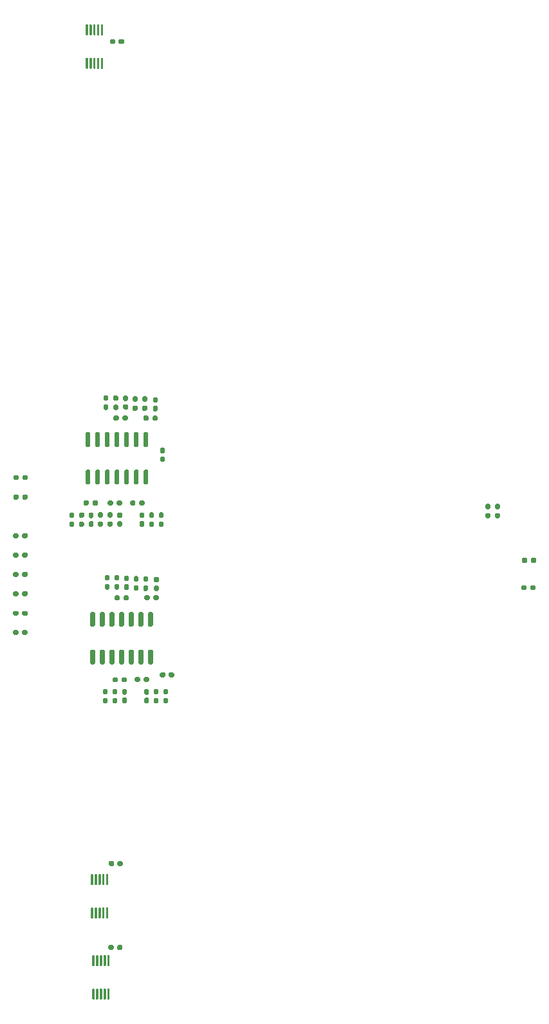
<source format=gtp>
G04 #@! TF.GenerationSoftware,KiCad,Pcbnew,(5.1.9)-1*
G04 #@! TF.CreationDate,2021-06-08T08:09:59+01:00*
G04 #@! TF.ProjectId,Looper_Board,4c6f6f70-6572-45f4-926f-6172642e6b69,rev?*
G04 #@! TF.SameCoordinates,Original*
G04 #@! TF.FileFunction,Paste,Top*
G04 #@! TF.FilePolarity,Positive*
%FSLAX46Y46*%
G04 Gerber Fmt 4.6, Leading zero omitted, Abs format (unit mm)*
G04 Created by KiCad (PCBNEW (5.1.9)-1) date 2021-06-08 08:09:59*
%MOMM*%
%LPD*%
G01*
G04 APERTURE LIST*
G04 APERTURE END LIST*
G36*
G01*
X93004500Y-109792900D02*
X93304500Y-109792900D01*
G75*
G02*
X93454500Y-109942900I0J-150000D01*
G01*
X93454500Y-111592900D01*
G75*
G02*
X93304500Y-111742900I-150000J0D01*
G01*
X93004500Y-111742900D01*
G75*
G02*
X92854500Y-111592900I0J150000D01*
G01*
X92854500Y-109942900D01*
G75*
G02*
X93004500Y-109792900I150000J0D01*
G01*
G37*
G36*
G01*
X91734500Y-109792900D02*
X92034500Y-109792900D01*
G75*
G02*
X92184500Y-109942900I0J-150000D01*
G01*
X92184500Y-111592900D01*
G75*
G02*
X92034500Y-111742900I-150000J0D01*
G01*
X91734500Y-111742900D01*
G75*
G02*
X91584500Y-111592900I0J150000D01*
G01*
X91584500Y-109942900D01*
G75*
G02*
X91734500Y-109792900I150000J0D01*
G01*
G37*
G36*
G01*
X90464500Y-109792900D02*
X90764500Y-109792900D01*
G75*
G02*
X90914500Y-109942900I0J-150000D01*
G01*
X90914500Y-111592900D01*
G75*
G02*
X90764500Y-111742900I-150000J0D01*
G01*
X90464500Y-111742900D01*
G75*
G02*
X90314500Y-111592900I0J150000D01*
G01*
X90314500Y-109942900D01*
G75*
G02*
X90464500Y-109792900I150000J0D01*
G01*
G37*
G36*
G01*
X89194500Y-109792900D02*
X89494500Y-109792900D01*
G75*
G02*
X89644500Y-109942900I0J-150000D01*
G01*
X89644500Y-111592900D01*
G75*
G02*
X89494500Y-111742900I-150000J0D01*
G01*
X89194500Y-111742900D01*
G75*
G02*
X89044500Y-111592900I0J150000D01*
G01*
X89044500Y-109942900D01*
G75*
G02*
X89194500Y-109792900I150000J0D01*
G01*
G37*
G36*
G01*
X87924500Y-109792900D02*
X88224500Y-109792900D01*
G75*
G02*
X88374500Y-109942900I0J-150000D01*
G01*
X88374500Y-111592900D01*
G75*
G02*
X88224500Y-111742900I-150000J0D01*
G01*
X87924500Y-111742900D01*
G75*
G02*
X87774500Y-111592900I0J150000D01*
G01*
X87774500Y-109942900D01*
G75*
G02*
X87924500Y-109792900I150000J0D01*
G01*
G37*
G36*
G01*
X86654500Y-109792900D02*
X86954500Y-109792900D01*
G75*
G02*
X87104500Y-109942900I0J-150000D01*
G01*
X87104500Y-111592900D01*
G75*
G02*
X86954500Y-111742900I-150000J0D01*
G01*
X86654500Y-111742900D01*
G75*
G02*
X86504500Y-111592900I0J150000D01*
G01*
X86504500Y-109942900D01*
G75*
G02*
X86654500Y-109792900I150000J0D01*
G01*
G37*
G36*
G01*
X85384500Y-109792900D02*
X85684500Y-109792900D01*
G75*
G02*
X85834500Y-109942900I0J-150000D01*
G01*
X85834500Y-111592900D01*
G75*
G02*
X85684500Y-111742900I-150000J0D01*
G01*
X85384500Y-111742900D01*
G75*
G02*
X85234500Y-111592900I0J150000D01*
G01*
X85234500Y-109942900D01*
G75*
G02*
X85384500Y-109792900I150000J0D01*
G01*
G37*
G36*
G01*
X85384500Y-104842900D02*
X85684500Y-104842900D01*
G75*
G02*
X85834500Y-104992900I0J-150000D01*
G01*
X85834500Y-106642900D01*
G75*
G02*
X85684500Y-106792900I-150000J0D01*
G01*
X85384500Y-106792900D01*
G75*
G02*
X85234500Y-106642900I0J150000D01*
G01*
X85234500Y-104992900D01*
G75*
G02*
X85384500Y-104842900I150000J0D01*
G01*
G37*
G36*
G01*
X86654500Y-104842900D02*
X86954500Y-104842900D01*
G75*
G02*
X87104500Y-104992900I0J-150000D01*
G01*
X87104500Y-106642900D01*
G75*
G02*
X86954500Y-106792900I-150000J0D01*
G01*
X86654500Y-106792900D01*
G75*
G02*
X86504500Y-106642900I0J150000D01*
G01*
X86504500Y-104992900D01*
G75*
G02*
X86654500Y-104842900I150000J0D01*
G01*
G37*
G36*
G01*
X87924500Y-104842900D02*
X88224500Y-104842900D01*
G75*
G02*
X88374500Y-104992900I0J-150000D01*
G01*
X88374500Y-106642900D01*
G75*
G02*
X88224500Y-106792900I-150000J0D01*
G01*
X87924500Y-106792900D01*
G75*
G02*
X87774500Y-106642900I0J150000D01*
G01*
X87774500Y-104992900D01*
G75*
G02*
X87924500Y-104842900I150000J0D01*
G01*
G37*
G36*
G01*
X89194500Y-104842900D02*
X89494500Y-104842900D01*
G75*
G02*
X89644500Y-104992900I0J-150000D01*
G01*
X89644500Y-106642900D01*
G75*
G02*
X89494500Y-106792900I-150000J0D01*
G01*
X89194500Y-106792900D01*
G75*
G02*
X89044500Y-106642900I0J150000D01*
G01*
X89044500Y-104992900D01*
G75*
G02*
X89194500Y-104842900I150000J0D01*
G01*
G37*
G36*
G01*
X90464500Y-104842900D02*
X90764500Y-104842900D01*
G75*
G02*
X90914500Y-104992900I0J-150000D01*
G01*
X90914500Y-106642900D01*
G75*
G02*
X90764500Y-106792900I-150000J0D01*
G01*
X90464500Y-106792900D01*
G75*
G02*
X90314500Y-106642900I0J150000D01*
G01*
X90314500Y-104992900D01*
G75*
G02*
X90464500Y-104842900I150000J0D01*
G01*
G37*
G36*
G01*
X91734500Y-104842900D02*
X92034500Y-104842900D01*
G75*
G02*
X92184500Y-104992900I0J-150000D01*
G01*
X92184500Y-106642900D01*
G75*
G02*
X92034500Y-106792900I-150000J0D01*
G01*
X91734500Y-106792900D01*
G75*
G02*
X91584500Y-106642900I0J150000D01*
G01*
X91584500Y-104992900D01*
G75*
G02*
X91734500Y-104842900I150000J0D01*
G01*
G37*
G36*
G01*
X93004500Y-104842900D02*
X93304500Y-104842900D01*
G75*
G02*
X93454500Y-104992900I0J-150000D01*
G01*
X93454500Y-106642900D01*
G75*
G02*
X93304500Y-106792900I-150000J0D01*
G01*
X93004500Y-106792900D01*
G75*
G02*
X92854500Y-106642900I0J150000D01*
G01*
X92854500Y-104992900D01*
G75*
G02*
X93004500Y-104842900I150000J0D01*
G01*
G37*
G36*
G01*
X94554100Y-100980900D02*
X94244100Y-100980900D01*
G75*
G02*
X94089100Y-100825900I0J155000D01*
G01*
X94089100Y-100400900D01*
G75*
G02*
X94244100Y-100245900I155000J0D01*
G01*
X94554100Y-100245900D01*
G75*
G02*
X94709100Y-100400900I0J-155000D01*
G01*
X94709100Y-100825900D01*
G75*
G02*
X94554100Y-100980900I-155000J0D01*
G01*
G37*
G36*
G01*
X94554100Y-102115900D02*
X94244100Y-102115900D01*
G75*
G02*
X94089100Y-101960900I0J155000D01*
G01*
X94089100Y-101535900D01*
G75*
G02*
X94244100Y-101380900I155000J0D01*
G01*
X94554100Y-101380900D01*
G75*
G02*
X94709100Y-101535900I0J-155000D01*
G01*
X94709100Y-101960900D01*
G75*
G02*
X94554100Y-102115900I-155000J0D01*
G01*
G37*
G36*
G01*
X89392100Y-161724400D02*
X89392100Y-161414400D01*
G75*
G02*
X89547100Y-161259400I155000J0D01*
G01*
X89972100Y-161259400D01*
G75*
G02*
X90127100Y-161414400I0J-155000D01*
G01*
X90127100Y-161724400D01*
G75*
G02*
X89972100Y-161879400I-155000J0D01*
G01*
X89547100Y-161879400D01*
G75*
G02*
X89392100Y-161724400I0J155000D01*
G01*
G37*
G36*
G01*
X88257100Y-161724400D02*
X88257100Y-161414400D01*
G75*
G02*
X88412100Y-161259400I155000J0D01*
G01*
X88837100Y-161259400D01*
G75*
G02*
X88992100Y-161414400I0J-155000D01*
G01*
X88992100Y-161724400D01*
G75*
G02*
X88837100Y-161879400I-155000J0D01*
G01*
X88412100Y-161879400D01*
G75*
G02*
X88257100Y-161724400I0J155000D01*
G01*
G37*
G36*
G01*
X89557800Y-116544700D02*
X89867800Y-116544700D01*
G75*
G02*
X90022800Y-116699700I0J-155000D01*
G01*
X90022800Y-117124700D01*
G75*
G02*
X89867800Y-117279700I-155000J0D01*
G01*
X89557800Y-117279700D01*
G75*
G02*
X89402800Y-117124700I0J155000D01*
G01*
X89402800Y-116699700D01*
G75*
G02*
X89557800Y-116544700I155000J0D01*
G01*
G37*
G36*
G01*
X89557800Y-115409700D02*
X89867800Y-115409700D01*
G75*
G02*
X90022800Y-115564700I0J-155000D01*
G01*
X90022800Y-115989700D01*
G75*
G02*
X89867800Y-116144700I-155000J0D01*
G01*
X89557800Y-116144700D01*
G75*
G02*
X89402800Y-115989700I0J155000D01*
G01*
X89402800Y-115564700D01*
G75*
G02*
X89557800Y-115409700I155000J0D01*
G01*
G37*
G36*
G01*
X92478800Y-115409700D02*
X92788800Y-115409700D01*
G75*
G02*
X92943800Y-115564700I0J-155000D01*
G01*
X92943800Y-115989700D01*
G75*
G02*
X92788800Y-116144700I-155000J0D01*
G01*
X92478800Y-116144700D01*
G75*
G02*
X92323800Y-115989700I0J155000D01*
G01*
X92323800Y-115564700D01*
G75*
G02*
X92478800Y-115409700I155000J0D01*
G01*
G37*
G36*
G01*
X92478800Y-116544700D02*
X92788800Y-116544700D01*
G75*
G02*
X92943800Y-116699700I0J-155000D01*
G01*
X92943800Y-117124700D01*
G75*
G02*
X92788800Y-117279700I-155000J0D01*
G01*
X92478800Y-117279700D01*
G75*
G02*
X92323800Y-117124700I0J155000D01*
G01*
X92323800Y-116699700D01*
G75*
G02*
X92478800Y-116544700I155000J0D01*
G01*
G37*
G36*
G01*
X94693800Y-125737900D02*
X94383800Y-125737900D01*
G75*
G02*
X94228800Y-125582900I0J155000D01*
G01*
X94228800Y-125157900D01*
G75*
G02*
X94383800Y-125002900I155000J0D01*
G01*
X94693800Y-125002900D01*
G75*
G02*
X94848800Y-125157900I0J-155000D01*
G01*
X94848800Y-125582900D01*
G75*
G02*
X94693800Y-125737900I-155000J0D01*
G01*
G37*
G36*
G01*
X94693800Y-124602900D02*
X94383800Y-124602900D01*
G75*
G02*
X94228800Y-124447900I0J155000D01*
G01*
X94228800Y-124022900D01*
G75*
G02*
X94383800Y-123867900I155000J0D01*
G01*
X94693800Y-123867900D01*
G75*
G02*
X94848800Y-124022900I0J-155000D01*
G01*
X94848800Y-124447900D01*
G75*
G02*
X94693800Y-124602900I-155000J0D01*
G01*
G37*
G36*
G01*
X90756800Y-125585500D02*
X90446800Y-125585500D01*
G75*
G02*
X90291800Y-125430500I0J155000D01*
G01*
X90291800Y-125005500D01*
G75*
G02*
X90446800Y-124850500I155000J0D01*
G01*
X90756800Y-124850500D01*
G75*
G02*
X90911800Y-125005500I0J-155000D01*
G01*
X90911800Y-125430500D01*
G75*
G02*
X90756800Y-125585500I-155000J0D01*
G01*
G37*
G36*
G01*
X90756800Y-124450500D02*
X90446800Y-124450500D01*
G75*
G02*
X90291800Y-124295500I0J155000D01*
G01*
X90291800Y-123870500D01*
G75*
G02*
X90446800Y-123715500I155000J0D01*
G01*
X90756800Y-123715500D01*
G75*
G02*
X90911800Y-123870500I0J-155000D01*
G01*
X90911800Y-124295500D01*
G75*
G02*
X90756800Y-124450500I-155000J0D01*
G01*
G37*
G36*
G01*
X90192800Y-139760300D02*
X90502800Y-139760300D01*
G75*
G02*
X90657800Y-139915300I0J-155000D01*
G01*
X90657800Y-140340300D01*
G75*
G02*
X90502800Y-140495300I-155000J0D01*
G01*
X90192800Y-140495300D01*
G75*
G02*
X90037800Y-140340300I0J155000D01*
G01*
X90037800Y-139915300D01*
G75*
G02*
X90192800Y-139760300I155000J0D01*
G01*
G37*
G36*
G01*
X90192800Y-138625300D02*
X90502800Y-138625300D01*
G75*
G02*
X90657800Y-138780300I0J-155000D01*
G01*
X90657800Y-139205300D01*
G75*
G02*
X90502800Y-139360300I-155000J0D01*
G01*
X90192800Y-139360300D01*
G75*
G02*
X90037800Y-139205300I0J155000D01*
G01*
X90037800Y-138780300D01*
G75*
G02*
X90192800Y-138625300I155000J0D01*
G01*
G37*
G36*
G01*
X89354000Y-172748000D02*
X89354000Y-172438000D01*
G75*
G02*
X89509000Y-172283000I155000J0D01*
G01*
X89934000Y-172283000D01*
G75*
G02*
X90089000Y-172438000I0J-155000D01*
G01*
X90089000Y-172748000D01*
G75*
G02*
X89934000Y-172903000I-155000J0D01*
G01*
X89509000Y-172903000D01*
G75*
G02*
X89354000Y-172748000I0J155000D01*
G01*
G37*
G36*
G01*
X88219000Y-172748000D02*
X88219000Y-172438000D01*
G75*
G02*
X88374000Y-172283000I155000J0D01*
G01*
X88799000Y-172283000D01*
G75*
G02*
X88954000Y-172438000I0J-155000D01*
G01*
X88954000Y-172748000D01*
G75*
G02*
X88799000Y-172903000I-155000J0D01*
G01*
X88374000Y-172903000D01*
G75*
G02*
X88219000Y-172748000I0J155000D01*
G01*
G37*
G36*
G01*
X93088400Y-138625300D02*
X93398400Y-138625300D01*
G75*
G02*
X93553400Y-138780300I0J-155000D01*
G01*
X93553400Y-139205300D01*
G75*
G02*
X93398400Y-139360300I-155000J0D01*
G01*
X93088400Y-139360300D01*
G75*
G02*
X92933400Y-139205300I0J155000D01*
G01*
X92933400Y-138780300D01*
G75*
G02*
X93088400Y-138625300I155000J0D01*
G01*
G37*
G36*
G01*
X93088400Y-139760300D02*
X93398400Y-139760300D01*
G75*
G02*
X93553400Y-139915300I0J-155000D01*
G01*
X93553400Y-140340300D01*
G75*
G02*
X93398400Y-140495300I-155000J0D01*
G01*
X93088400Y-140495300D01*
G75*
G02*
X92933400Y-140340300I0J155000D01*
G01*
X92933400Y-139915300D01*
G75*
G02*
X93088400Y-139760300I155000J0D01*
G01*
G37*
G36*
G01*
X85798600Y-116557400D02*
X86108600Y-116557400D01*
G75*
G02*
X86263600Y-116712400I0J-155000D01*
G01*
X86263600Y-117137400D01*
G75*
G02*
X86108600Y-117292400I-155000J0D01*
G01*
X85798600Y-117292400D01*
G75*
G02*
X85643600Y-117137400I0J155000D01*
G01*
X85643600Y-116712400D01*
G75*
G02*
X85798600Y-116557400I155000J0D01*
G01*
G37*
G36*
G01*
X85798600Y-115422400D02*
X86108600Y-115422400D01*
G75*
G02*
X86263600Y-115577400I0J-155000D01*
G01*
X86263600Y-116002400D01*
G75*
G02*
X86108600Y-116157400I-155000J0D01*
G01*
X85798600Y-116157400D01*
G75*
G02*
X85643600Y-116002400I0J155000D01*
G01*
X85643600Y-115577400D01*
G75*
G02*
X85798600Y-115422400I155000J0D01*
G01*
G37*
G36*
G01*
X88422200Y-53647400D02*
X88422200Y-53337400D01*
G75*
G02*
X88577200Y-53182400I155000J0D01*
G01*
X89002200Y-53182400D01*
G75*
G02*
X89157200Y-53337400I0J-155000D01*
G01*
X89157200Y-53647400D01*
G75*
G02*
X89002200Y-53802400I-155000J0D01*
G01*
X88577200Y-53802400D01*
G75*
G02*
X88422200Y-53647400I0J155000D01*
G01*
G37*
G36*
G01*
X89557200Y-53647400D02*
X89557200Y-53337400D01*
G75*
G02*
X89712200Y-53182400I155000J0D01*
G01*
X90137200Y-53182400D01*
G75*
G02*
X90292200Y-53337400I0J-155000D01*
G01*
X90292200Y-53647400D01*
G75*
G02*
X90137200Y-53802400I-155000J0D01*
G01*
X89712200Y-53802400D01*
G75*
G02*
X89557200Y-53647400I0J155000D01*
G01*
G37*
G36*
G01*
X90642500Y-101912700D02*
X90332500Y-101912700D01*
G75*
G02*
X90177500Y-101757700I0J155000D01*
G01*
X90177500Y-101332700D01*
G75*
G02*
X90332500Y-101177700I155000J0D01*
G01*
X90642500Y-101177700D01*
G75*
G02*
X90797500Y-101332700I0J-155000D01*
G01*
X90797500Y-101757700D01*
G75*
G02*
X90642500Y-101912700I-155000J0D01*
G01*
G37*
G36*
G01*
X90642500Y-100777700D02*
X90332500Y-100777700D01*
G75*
G02*
X90177500Y-100622700I0J155000D01*
G01*
X90177500Y-100197700D01*
G75*
G02*
X90332500Y-100042700I155000J0D01*
G01*
X90642500Y-100042700D01*
G75*
G02*
X90797500Y-100197700I0J-155000D01*
G01*
X90797500Y-100622700D01*
G75*
G02*
X90642500Y-100777700I-155000J0D01*
G01*
G37*
G36*
G01*
X95506600Y-107635700D02*
X95196600Y-107635700D01*
G75*
G02*
X95041600Y-107480700I0J155000D01*
G01*
X95041600Y-107055700D01*
G75*
G02*
X95196600Y-106900700I155000J0D01*
G01*
X95506600Y-106900700D01*
G75*
G02*
X95661600Y-107055700I0J-155000D01*
G01*
X95661600Y-107480700D01*
G75*
G02*
X95506600Y-107635700I-155000J0D01*
G01*
G37*
G36*
G01*
X95506600Y-108770700D02*
X95196600Y-108770700D01*
G75*
G02*
X95041600Y-108615700I0J155000D01*
G01*
X95041600Y-108190700D01*
G75*
G02*
X95196600Y-108035700I155000J0D01*
G01*
X95506600Y-108035700D01*
G75*
G02*
X95661600Y-108190700I0J-155000D01*
G01*
X95661600Y-108615700D01*
G75*
G02*
X95506600Y-108770700I-155000J0D01*
G01*
G37*
G36*
G01*
X96135800Y-136921300D02*
X96135800Y-136611300D01*
G75*
G02*
X96290800Y-136456300I155000J0D01*
G01*
X96715800Y-136456300D01*
G75*
G02*
X96870800Y-136611300I0J-155000D01*
G01*
X96870800Y-136921300D01*
G75*
G02*
X96715800Y-137076300I-155000J0D01*
G01*
X96290800Y-137076300D01*
G75*
G02*
X96135800Y-136921300I0J155000D01*
G01*
G37*
G36*
G01*
X95000800Y-136921300D02*
X95000800Y-136611300D01*
G75*
G02*
X95155800Y-136456300I155000J0D01*
G01*
X95580800Y-136456300D01*
G75*
G02*
X95735800Y-136611300I0J-155000D01*
G01*
X95735800Y-136921300D01*
G75*
G02*
X95580800Y-137076300I-155000J0D01*
G01*
X95155800Y-137076300D01*
G75*
G02*
X95000800Y-136921300I0J155000D01*
G01*
G37*
G36*
G01*
X77612200Y-110660200D02*
X77612200Y-110980200D01*
G75*
G02*
X77452200Y-111140200I-160000J0D01*
G01*
X77057200Y-111140200D01*
G75*
G02*
X76897200Y-110980200I0J160000D01*
G01*
X76897200Y-110660200D01*
G75*
G02*
X77057200Y-110500200I160000J0D01*
G01*
X77452200Y-110500200D01*
G75*
G02*
X77612200Y-110660200I0J-160000D01*
G01*
G37*
G36*
G01*
X76417200Y-110660200D02*
X76417200Y-110980200D01*
G75*
G02*
X76257200Y-111140200I-160000J0D01*
G01*
X75862200Y-111140200D01*
G75*
G02*
X75702200Y-110980200I0J160000D01*
G01*
X75702200Y-110660200D01*
G75*
G02*
X75862200Y-110500200I160000J0D01*
G01*
X76257200Y-110500200D01*
G75*
G02*
X76417200Y-110660200I0J-160000D01*
G01*
G37*
G36*
G01*
X76417200Y-113225600D02*
X76417200Y-113545600D01*
G75*
G02*
X76257200Y-113705600I-160000J0D01*
G01*
X75862200Y-113705600D01*
G75*
G02*
X75702200Y-113545600I0J160000D01*
G01*
X75702200Y-113225600D01*
G75*
G02*
X75862200Y-113065600I160000J0D01*
G01*
X76257200Y-113065600D01*
G75*
G02*
X76417200Y-113225600I0J-160000D01*
G01*
G37*
G36*
G01*
X77612200Y-113225600D02*
X77612200Y-113545600D01*
G75*
G02*
X77452200Y-113705600I-160000J0D01*
G01*
X77057200Y-113705600D01*
G75*
G02*
X76897200Y-113545600I0J160000D01*
G01*
X76897200Y-113225600D01*
G75*
G02*
X77057200Y-113065600I160000J0D01*
G01*
X77452200Y-113065600D01*
G75*
G02*
X77612200Y-113225600I0J-160000D01*
G01*
G37*
G36*
G01*
X77596960Y-118303060D02*
X77596960Y-118623060D01*
G75*
G02*
X77436960Y-118783060I-160000J0D01*
G01*
X77041960Y-118783060D01*
G75*
G02*
X76881960Y-118623060I0J160000D01*
G01*
X76881960Y-118303060D01*
G75*
G02*
X77041960Y-118143060I160000J0D01*
G01*
X77436960Y-118143060D01*
G75*
G02*
X77596960Y-118303060I0J-160000D01*
G01*
G37*
G36*
G01*
X76401960Y-118303060D02*
X76401960Y-118623060D01*
G75*
G02*
X76241960Y-118783060I-160000J0D01*
G01*
X75846960Y-118783060D01*
G75*
G02*
X75686960Y-118623060I0J160000D01*
G01*
X75686960Y-118303060D01*
G75*
G02*
X75846960Y-118143060I160000J0D01*
G01*
X76241960Y-118143060D01*
G75*
G02*
X76401960Y-118303060I0J-160000D01*
G01*
G37*
G36*
G01*
X76401960Y-120843060D02*
X76401960Y-121163060D01*
G75*
G02*
X76241960Y-121323060I-160000J0D01*
G01*
X75846960Y-121323060D01*
G75*
G02*
X75686960Y-121163060I0J160000D01*
G01*
X75686960Y-120843060D01*
G75*
G02*
X75846960Y-120683060I160000J0D01*
G01*
X76241960Y-120683060D01*
G75*
G02*
X76401960Y-120843060I0J-160000D01*
G01*
G37*
G36*
G01*
X77596960Y-120843060D02*
X77596960Y-121163060D01*
G75*
G02*
X77436960Y-121323060I-160000J0D01*
G01*
X77041960Y-121323060D01*
G75*
G02*
X76881960Y-121163060I0J160000D01*
G01*
X76881960Y-120843060D01*
G75*
G02*
X77041960Y-120683060I160000J0D01*
G01*
X77436960Y-120683060D01*
G75*
G02*
X77596960Y-120843060I0J-160000D01*
G01*
G37*
G36*
G01*
X91892100Y-102059700D02*
X91572100Y-102059700D01*
G75*
G02*
X91412100Y-101899700I0J160000D01*
G01*
X91412100Y-101504700D01*
G75*
G02*
X91572100Y-101344700I160000J0D01*
G01*
X91892100Y-101344700D01*
G75*
G02*
X92052100Y-101504700I0J-160000D01*
G01*
X92052100Y-101899700D01*
G75*
G02*
X91892100Y-102059700I-160000J0D01*
G01*
G37*
G36*
G01*
X91892100Y-100864700D02*
X91572100Y-100864700D01*
G75*
G02*
X91412100Y-100704700I0J160000D01*
G01*
X91412100Y-100309700D01*
G75*
G02*
X91572100Y-100149700I160000J0D01*
G01*
X91892100Y-100149700D01*
G75*
G02*
X92052100Y-100309700I0J-160000D01*
G01*
X92052100Y-100704700D01*
G75*
G02*
X91892100Y-100864700I-160000J0D01*
G01*
G37*
G36*
G01*
X88056700Y-100737700D02*
X87736700Y-100737700D01*
G75*
G02*
X87576700Y-100577700I0J160000D01*
G01*
X87576700Y-100182700D01*
G75*
G02*
X87736700Y-100022700I160000J0D01*
G01*
X88056700Y-100022700D01*
G75*
G02*
X88216700Y-100182700I0J-160000D01*
G01*
X88216700Y-100577700D01*
G75*
G02*
X88056700Y-100737700I-160000J0D01*
G01*
G37*
G36*
G01*
X88056700Y-101932700D02*
X87736700Y-101932700D01*
G75*
G02*
X87576700Y-101772700I0J160000D01*
G01*
X87576700Y-101377700D01*
G75*
G02*
X87736700Y-101217700I160000J0D01*
G01*
X88056700Y-101217700D01*
G75*
G02*
X88216700Y-101377700I0J-160000D01*
G01*
X88216700Y-101772700D01*
G75*
G02*
X88056700Y-101932700I-160000J0D01*
G01*
G37*
G36*
G01*
X87012800Y-115389700D02*
X87332800Y-115389700D01*
G75*
G02*
X87492800Y-115549700I0J-160000D01*
G01*
X87492800Y-115944700D01*
G75*
G02*
X87332800Y-116104700I-160000J0D01*
G01*
X87012800Y-116104700D01*
G75*
G02*
X86852800Y-115944700I0J160000D01*
G01*
X86852800Y-115549700D01*
G75*
G02*
X87012800Y-115389700I160000J0D01*
G01*
G37*
G36*
G01*
X87012800Y-116584700D02*
X87332800Y-116584700D01*
G75*
G02*
X87492800Y-116744700I0J-160000D01*
G01*
X87492800Y-117139700D01*
G75*
G02*
X87332800Y-117299700I-160000J0D01*
G01*
X87012800Y-117299700D01*
G75*
G02*
X86852800Y-117139700I0J160000D01*
G01*
X86852800Y-116744700D01*
G75*
G02*
X87012800Y-116584700I160000J0D01*
G01*
G37*
G36*
G01*
X95013800Y-116584700D02*
X95333800Y-116584700D01*
G75*
G02*
X95493800Y-116744700I0J-160000D01*
G01*
X95493800Y-117139700D01*
G75*
G02*
X95333800Y-117299700I-160000J0D01*
G01*
X95013800Y-117299700D01*
G75*
G02*
X94853800Y-117139700I0J160000D01*
G01*
X94853800Y-116744700D01*
G75*
G02*
X95013800Y-116584700I160000J0D01*
G01*
G37*
G36*
G01*
X95013800Y-115389700D02*
X95333800Y-115389700D01*
G75*
G02*
X95493800Y-115549700I0J-160000D01*
G01*
X95493800Y-115944700D01*
G75*
G02*
X95333800Y-116104700I-160000J0D01*
G01*
X95013800Y-116104700D01*
G75*
G02*
X94853800Y-115944700I0J160000D01*
G01*
X94853800Y-115549700D01*
G75*
G02*
X95013800Y-115389700I160000J0D01*
G01*
G37*
G36*
G01*
X93162100Y-100864700D02*
X92842100Y-100864700D01*
G75*
G02*
X92682100Y-100704700I0J160000D01*
G01*
X92682100Y-100309700D01*
G75*
G02*
X92842100Y-100149700I160000J0D01*
G01*
X93162100Y-100149700D01*
G75*
G02*
X93322100Y-100309700I0J-160000D01*
G01*
X93322100Y-100704700D01*
G75*
G02*
X93162100Y-100864700I-160000J0D01*
G01*
G37*
G36*
G01*
X93162100Y-102059700D02*
X92842100Y-102059700D01*
G75*
G02*
X92682100Y-101899700I0J160000D01*
G01*
X92682100Y-101504700D01*
G75*
G02*
X92842100Y-101344700I160000J0D01*
G01*
X93162100Y-101344700D01*
G75*
G02*
X93322100Y-101504700I0J-160000D01*
G01*
X93322100Y-101899700D01*
G75*
G02*
X93162100Y-102059700I-160000J0D01*
G01*
G37*
G36*
G01*
X89352100Y-101932700D02*
X89032100Y-101932700D01*
G75*
G02*
X88872100Y-101772700I0J160000D01*
G01*
X88872100Y-101377700D01*
G75*
G02*
X89032100Y-101217700I160000J0D01*
G01*
X89352100Y-101217700D01*
G75*
G02*
X89512100Y-101377700I0J-160000D01*
G01*
X89512100Y-101772700D01*
G75*
G02*
X89352100Y-101932700I-160000J0D01*
G01*
G37*
G36*
G01*
X89352100Y-100737700D02*
X89032100Y-100737700D01*
G75*
G02*
X88872100Y-100577700I0J160000D01*
G01*
X88872100Y-100182700D01*
G75*
G02*
X89032100Y-100022700I160000J0D01*
G01*
X89352100Y-100022700D01*
G75*
G02*
X89512100Y-100182700I0J-160000D01*
G01*
X89512100Y-100577700D01*
G75*
G02*
X89352100Y-100737700I-160000J0D01*
G01*
G37*
G36*
G01*
X88282800Y-116584700D02*
X88602800Y-116584700D01*
G75*
G02*
X88762800Y-116744700I0J-160000D01*
G01*
X88762800Y-117139700D01*
G75*
G02*
X88602800Y-117299700I-160000J0D01*
G01*
X88282800Y-117299700D01*
G75*
G02*
X88122800Y-117139700I0J160000D01*
G01*
X88122800Y-116744700D01*
G75*
G02*
X88282800Y-116584700I160000J0D01*
G01*
G37*
G36*
G01*
X88282800Y-115389700D02*
X88602800Y-115389700D01*
G75*
G02*
X88762800Y-115549700I0J-160000D01*
G01*
X88762800Y-115944700D01*
G75*
G02*
X88602800Y-116104700I-160000J0D01*
G01*
X88282800Y-116104700D01*
G75*
G02*
X88122800Y-115944700I0J160000D01*
G01*
X88122800Y-115549700D01*
G75*
G02*
X88282800Y-115389700I160000J0D01*
G01*
G37*
G36*
G01*
X93743800Y-115389700D02*
X94063800Y-115389700D01*
G75*
G02*
X94223800Y-115549700I0J-160000D01*
G01*
X94223800Y-115944700D01*
G75*
G02*
X94063800Y-116104700I-160000J0D01*
G01*
X93743800Y-116104700D01*
G75*
G02*
X93583800Y-115944700I0J160000D01*
G01*
X93583800Y-115549700D01*
G75*
G02*
X93743800Y-115389700I160000J0D01*
G01*
G37*
G36*
G01*
X93743800Y-116584700D02*
X94063800Y-116584700D01*
G75*
G02*
X94223800Y-116744700I0J-160000D01*
G01*
X94223800Y-117139700D01*
G75*
G02*
X94063800Y-117299700I-160000J0D01*
G01*
X93743800Y-117299700D01*
G75*
G02*
X93583800Y-117139700I0J160000D01*
G01*
X93583800Y-116744700D01*
G75*
G02*
X93743800Y-116584700I160000J0D01*
G01*
G37*
G36*
G01*
X92809100Y-103169700D02*
X92809100Y-102849700D01*
G75*
G02*
X92969100Y-102689700I160000J0D01*
G01*
X93364100Y-102689700D01*
G75*
G02*
X93524100Y-102849700I0J-160000D01*
G01*
X93524100Y-103169700D01*
G75*
G02*
X93364100Y-103329700I-160000J0D01*
G01*
X92969100Y-103329700D01*
G75*
G02*
X92809100Y-103169700I0J160000D01*
G01*
G37*
G36*
G01*
X94004100Y-103169700D02*
X94004100Y-102849700D01*
G75*
G02*
X94164100Y-102689700I160000J0D01*
G01*
X94559100Y-102689700D01*
G75*
G02*
X94719100Y-102849700I0J-160000D01*
G01*
X94719100Y-103169700D01*
G75*
G02*
X94559100Y-103329700I-160000J0D01*
G01*
X94164100Y-103329700D01*
G75*
G02*
X94004100Y-103169700I0J160000D01*
G01*
G37*
G36*
G01*
X90067100Y-103169700D02*
X90067100Y-102849700D01*
G75*
G02*
X90227100Y-102689700I160000J0D01*
G01*
X90622100Y-102689700D01*
G75*
G02*
X90782100Y-102849700I0J-160000D01*
G01*
X90782100Y-103169700D01*
G75*
G02*
X90622100Y-103329700I-160000J0D01*
G01*
X90227100Y-103329700D01*
G75*
G02*
X90067100Y-103169700I0J160000D01*
G01*
G37*
G36*
G01*
X88872100Y-103169700D02*
X88872100Y-102849700D01*
G75*
G02*
X89032100Y-102689700I160000J0D01*
G01*
X89427100Y-102689700D01*
G75*
G02*
X89587100Y-102849700I0J-160000D01*
G01*
X89587100Y-103169700D01*
G75*
G02*
X89427100Y-103329700I-160000J0D01*
G01*
X89032100Y-103329700D01*
G75*
G02*
X88872100Y-103169700I0J160000D01*
G01*
G37*
G36*
G01*
X88122800Y-114320300D02*
X88122800Y-114000300D01*
G75*
G02*
X88282800Y-113840300I160000J0D01*
G01*
X88677800Y-113840300D01*
G75*
G02*
X88837800Y-114000300I0J-160000D01*
G01*
X88837800Y-114320300D01*
G75*
G02*
X88677800Y-114480300I-160000J0D01*
G01*
X88282800Y-114480300D01*
G75*
G02*
X88122800Y-114320300I0J160000D01*
G01*
G37*
G36*
G01*
X89317800Y-114320300D02*
X89317800Y-114000300D01*
G75*
G02*
X89477800Y-113840300I160000J0D01*
G01*
X89872800Y-113840300D01*
G75*
G02*
X90032800Y-114000300I0J-160000D01*
G01*
X90032800Y-114320300D01*
G75*
G02*
X89872800Y-114480300I-160000J0D01*
G01*
X89477800Y-114480300D01*
G75*
G02*
X89317800Y-114320300I0J160000D01*
G01*
G37*
G36*
G01*
X92264200Y-114320300D02*
X92264200Y-114000300D01*
G75*
G02*
X92424200Y-113840300I160000J0D01*
G01*
X92819200Y-113840300D01*
G75*
G02*
X92979200Y-114000300I0J-160000D01*
G01*
X92979200Y-114320300D01*
G75*
G02*
X92819200Y-114480300I-160000J0D01*
G01*
X92424200Y-114480300D01*
G75*
G02*
X92264200Y-114320300I0J160000D01*
G01*
G37*
G36*
G01*
X91069200Y-114320300D02*
X91069200Y-114000300D01*
G75*
G02*
X91229200Y-113840300I160000J0D01*
G01*
X91624200Y-113840300D01*
G75*
G02*
X91784200Y-114000300I0J-160000D01*
G01*
X91784200Y-114320300D01*
G75*
G02*
X91624200Y-114480300I-160000J0D01*
G01*
X91229200Y-114480300D01*
G75*
G02*
X91069200Y-114320300I0J160000D01*
G01*
G37*
G36*
G01*
X76401960Y-123383060D02*
X76401960Y-123703060D01*
G75*
G02*
X76241960Y-123863060I-160000J0D01*
G01*
X75846960Y-123863060D01*
G75*
G02*
X75686960Y-123703060I0J160000D01*
G01*
X75686960Y-123383060D01*
G75*
G02*
X75846960Y-123223060I160000J0D01*
G01*
X76241960Y-123223060D01*
G75*
G02*
X76401960Y-123383060I0J-160000D01*
G01*
G37*
G36*
G01*
X77596960Y-123383060D02*
X77596960Y-123703060D01*
G75*
G02*
X77436960Y-123863060I-160000J0D01*
G01*
X77041960Y-123863060D01*
G75*
G02*
X76881960Y-123703060I0J160000D01*
G01*
X76881960Y-123383060D01*
G75*
G02*
X77041960Y-123223060I160000J0D01*
G01*
X77436960Y-123223060D01*
G75*
G02*
X77596960Y-123383060I0J-160000D01*
G01*
G37*
G36*
G01*
X76401960Y-125923060D02*
X76401960Y-126243060D01*
G75*
G02*
X76241960Y-126403060I-160000J0D01*
G01*
X75846960Y-126403060D01*
G75*
G02*
X75686960Y-126243060I0J160000D01*
G01*
X75686960Y-125923060D01*
G75*
G02*
X75846960Y-125763060I160000J0D01*
G01*
X76241960Y-125763060D01*
G75*
G02*
X76401960Y-125923060I0J-160000D01*
G01*
G37*
G36*
G01*
X77596960Y-125923060D02*
X77596960Y-126243060D01*
G75*
G02*
X77436960Y-126403060I-160000J0D01*
G01*
X77041960Y-126403060D01*
G75*
G02*
X76881960Y-126243060I0J160000D01*
G01*
X76881960Y-125923060D01*
G75*
G02*
X77041960Y-125763060I160000J0D01*
G01*
X77436960Y-125763060D01*
G75*
G02*
X77596960Y-125923060I0J-160000D01*
G01*
G37*
G36*
G01*
X77596960Y-128511320D02*
X77596960Y-128831320D01*
G75*
G02*
X77436960Y-128991320I-160000J0D01*
G01*
X77041960Y-128991320D01*
G75*
G02*
X76881960Y-128831320I0J160000D01*
G01*
X76881960Y-128511320D01*
G75*
G02*
X77041960Y-128351320I160000J0D01*
G01*
X77436960Y-128351320D01*
G75*
G02*
X77596960Y-128511320I0J-160000D01*
G01*
G37*
G36*
G01*
X76401960Y-128511320D02*
X76401960Y-128831320D01*
G75*
G02*
X76241960Y-128991320I-160000J0D01*
G01*
X75846960Y-128991320D01*
G75*
G02*
X75686960Y-128831320I0J160000D01*
G01*
X75686960Y-128511320D01*
G75*
G02*
X75846960Y-128351320I160000J0D01*
G01*
X76241960Y-128351320D01*
G75*
G02*
X76401960Y-128511320I0J-160000D01*
G01*
G37*
G36*
G01*
X77596960Y-131036080D02*
X77596960Y-131356080D01*
G75*
G02*
X77436960Y-131516080I-160000J0D01*
G01*
X77041960Y-131516080D01*
G75*
G02*
X76881960Y-131356080I0J160000D01*
G01*
X76881960Y-131036080D01*
G75*
G02*
X77041960Y-130876080I160000J0D01*
G01*
X77436960Y-130876080D01*
G75*
G02*
X77596960Y-131036080I0J-160000D01*
G01*
G37*
G36*
G01*
X76401960Y-131036080D02*
X76401960Y-131356080D01*
G75*
G02*
X76241960Y-131516080I-160000J0D01*
G01*
X75846960Y-131516080D01*
G75*
G02*
X75686960Y-131356080I0J160000D01*
G01*
X75686960Y-131036080D01*
G75*
G02*
X75846960Y-130876080I160000J0D01*
G01*
X76241960Y-130876080D01*
G75*
G02*
X76401960Y-131036080I0J-160000D01*
G01*
G37*
G36*
G01*
X92031800Y-125681700D02*
X91711800Y-125681700D01*
G75*
G02*
X91551800Y-125521700I0J160000D01*
G01*
X91551800Y-125126700D01*
G75*
G02*
X91711800Y-124966700I160000J0D01*
G01*
X92031800Y-124966700D01*
G75*
G02*
X92191800Y-125126700I0J-160000D01*
G01*
X92191800Y-125521700D01*
G75*
G02*
X92031800Y-125681700I-160000J0D01*
G01*
G37*
G36*
G01*
X92031800Y-124486700D02*
X91711800Y-124486700D01*
G75*
G02*
X91551800Y-124326700I0J160000D01*
G01*
X91551800Y-123931700D01*
G75*
G02*
X91711800Y-123771700I160000J0D01*
G01*
X92031800Y-123771700D01*
G75*
G02*
X92191800Y-123931700I0J-160000D01*
G01*
X92191800Y-124326700D01*
G75*
G02*
X92031800Y-124486700I-160000J0D01*
G01*
G37*
G36*
G01*
X88221800Y-125554700D02*
X87901800Y-125554700D01*
G75*
G02*
X87741800Y-125394700I0J160000D01*
G01*
X87741800Y-124999700D01*
G75*
G02*
X87901800Y-124839700I160000J0D01*
G01*
X88221800Y-124839700D01*
G75*
G02*
X88381800Y-124999700I0J-160000D01*
G01*
X88381800Y-125394700D01*
G75*
G02*
X88221800Y-125554700I-160000J0D01*
G01*
G37*
G36*
G01*
X88221800Y-124359700D02*
X87901800Y-124359700D01*
G75*
G02*
X87741800Y-124199700I0J160000D01*
G01*
X87741800Y-123804700D01*
G75*
G02*
X87901800Y-123644700I160000J0D01*
G01*
X88221800Y-123644700D01*
G75*
G02*
X88381800Y-123804700I0J-160000D01*
G01*
X88381800Y-124199700D01*
G75*
G02*
X88221800Y-124359700I-160000J0D01*
G01*
G37*
G36*
G01*
X87647800Y-138605300D02*
X87967800Y-138605300D01*
G75*
G02*
X88127800Y-138765300I0J-160000D01*
G01*
X88127800Y-139160300D01*
G75*
G02*
X87967800Y-139320300I-160000J0D01*
G01*
X87647800Y-139320300D01*
G75*
G02*
X87487800Y-139160300I0J160000D01*
G01*
X87487800Y-138765300D01*
G75*
G02*
X87647800Y-138605300I160000J0D01*
G01*
G37*
G36*
G01*
X87647800Y-139800300D02*
X87967800Y-139800300D01*
G75*
G02*
X88127800Y-139960300I0J-160000D01*
G01*
X88127800Y-140355300D01*
G75*
G02*
X87967800Y-140515300I-160000J0D01*
G01*
X87647800Y-140515300D01*
G75*
G02*
X87487800Y-140355300I0J160000D01*
G01*
X87487800Y-139960300D01*
G75*
G02*
X87647800Y-139800300I160000J0D01*
G01*
G37*
G36*
G01*
X95623400Y-139800300D02*
X95943400Y-139800300D01*
G75*
G02*
X96103400Y-139960300I0J-160000D01*
G01*
X96103400Y-140355300D01*
G75*
G02*
X95943400Y-140515300I-160000J0D01*
G01*
X95623400Y-140515300D01*
G75*
G02*
X95463400Y-140355300I0J160000D01*
G01*
X95463400Y-139960300D01*
G75*
G02*
X95623400Y-139800300I160000J0D01*
G01*
G37*
G36*
G01*
X95623400Y-138605300D02*
X95943400Y-138605300D01*
G75*
G02*
X96103400Y-138765300I0J-160000D01*
G01*
X96103400Y-139160300D01*
G75*
G02*
X95943400Y-139320300I-160000J0D01*
G01*
X95623400Y-139320300D01*
G75*
G02*
X95463400Y-139160300I0J160000D01*
G01*
X95463400Y-138765300D01*
G75*
G02*
X95623400Y-138605300I160000J0D01*
G01*
G37*
G36*
G01*
X93301800Y-124537500D02*
X92981800Y-124537500D01*
G75*
G02*
X92821800Y-124377500I0J160000D01*
G01*
X92821800Y-123982500D01*
G75*
G02*
X92981800Y-123822500I160000J0D01*
G01*
X93301800Y-123822500D01*
G75*
G02*
X93461800Y-123982500I0J-160000D01*
G01*
X93461800Y-124377500D01*
G75*
G02*
X93301800Y-124537500I-160000J0D01*
G01*
G37*
G36*
G01*
X93301800Y-125732500D02*
X92981800Y-125732500D01*
G75*
G02*
X92821800Y-125572500I0J160000D01*
G01*
X92821800Y-125177500D01*
G75*
G02*
X92981800Y-125017500I160000J0D01*
G01*
X93301800Y-125017500D01*
G75*
G02*
X93461800Y-125177500I0J-160000D01*
G01*
X93461800Y-125572500D01*
G75*
G02*
X93301800Y-125732500I-160000J0D01*
G01*
G37*
G36*
G01*
X89491800Y-124359700D02*
X89171800Y-124359700D01*
G75*
G02*
X89011800Y-124199700I0J160000D01*
G01*
X89011800Y-123804700D01*
G75*
G02*
X89171800Y-123644700I160000J0D01*
G01*
X89491800Y-123644700D01*
G75*
G02*
X89651800Y-123804700I0J-160000D01*
G01*
X89651800Y-124199700D01*
G75*
G02*
X89491800Y-124359700I-160000J0D01*
G01*
G37*
G36*
G01*
X89491800Y-125554700D02*
X89171800Y-125554700D01*
G75*
G02*
X89011800Y-125394700I0J160000D01*
G01*
X89011800Y-124999700D01*
G75*
G02*
X89171800Y-124839700I160000J0D01*
G01*
X89491800Y-124839700D01*
G75*
G02*
X89651800Y-124999700I0J-160000D01*
G01*
X89651800Y-125394700D01*
G75*
G02*
X89491800Y-125554700I-160000J0D01*
G01*
G37*
G36*
G01*
X88917800Y-138605300D02*
X89237800Y-138605300D01*
G75*
G02*
X89397800Y-138765300I0J-160000D01*
G01*
X89397800Y-139160300D01*
G75*
G02*
X89237800Y-139320300I-160000J0D01*
G01*
X88917800Y-139320300D01*
G75*
G02*
X88757800Y-139160300I0J160000D01*
G01*
X88757800Y-138765300D01*
G75*
G02*
X88917800Y-138605300I160000J0D01*
G01*
G37*
G36*
G01*
X88917800Y-139800300D02*
X89237800Y-139800300D01*
G75*
G02*
X89397800Y-139960300I0J-160000D01*
G01*
X89397800Y-140355300D01*
G75*
G02*
X89237800Y-140515300I-160000J0D01*
G01*
X88917800Y-140515300D01*
G75*
G02*
X88757800Y-140355300I0J160000D01*
G01*
X88757800Y-139960300D01*
G75*
G02*
X88917800Y-139800300I160000J0D01*
G01*
G37*
G36*
G01*
X94353400Y-139800300D02*
X94673400Y-139800300D01*
G75*
G02*
X94833400Y-139960300I0J-160000D01*
G01*
X94833400Y-140355300D01*
G75*
G02*
X94673400Y-140515300I-160000J0D01*
G01*
X94353400Y-140515300D01*
G75*
G02*
X94193400Y-140355300I0J160000D01*
G01*
X94193400Y-139960300D01*
G75*
G02*
X94353400Y-139800300I160000J0D01*
G01*
G37*
G36*
G01*
X94353400Y-138605300D02*
X94673400Y-138605300D01*
G75*
G02*
X94833400Y-138765300I0J-160000D01*
G01*
X94833400Y-139160300D01*
G75*
G02*
X94673400Y-139320300I-160000J0D01*
G01*
X94353400Y-139320300D01*
G75*
G02*
X94193400Y-139160300I0J160000D01*
G01*
X94193400Y-138765300D01*
G75*
G02*
X94353400Y-138605300I160000J0D01*
G01*
G37*
G36*
G01*
X92948800Y-126791700D02*
X92948800Y-126471700D01*
G75*
G02*
X93108800Y-126311700I160000J0D01*
G01*
X93503800Y-126311700D01*
G75*
G02*
X93663800Y-126471700I0J-160000D01*
G01*
X93663800Y-126791700D01*
G75*
G02*
X93503800Y-126951700I-160000J0D01*
G01*
X93108800Y-126951700D01*
G75*
G02*
X92948800Y-126791700I0J160000D01*
G01*
G37*
G36*
G01*
X94143800Y-126791700D02*
X94143800Y-126471700D01*
G75*
G02*
X94303800Y-126311700I160000J0D01*
G01*
X94698800Y-126311700D01*
G75*
G02*
X94858800Y-126471700I0J-160000D01*
G01*
X94858800Y-126791700D01*
G75*
G02*
X94698800Y-126951700I-160000J0D01*
G01*
X94303800Y-126951700D01*
G75*
G02*
X94143800Y-126791700I0J160000D01*
G01*
G37*
G36*
G01*
X90206800Y-126791700D02*
X90206800Y-126471700D01*
G75*
G02*
X90366800Y-126311700I160000J0D01*
G01*
X90761800Y-126311700D01*
G75*
G02*
X90921800Y-126471700I0J-160000D01*
G01*
X90921800Y-126791700D01*
G75*
G02*
X90761800Y-126951700I-160000J0D01*
G01*
X90366800Y-126951700D01*
G75*
G02*
X90206800Y-126791700I0J160000D01*
G01*
G37*
G36*
G01*
X89011800Y-126791700D02*
X89011800Y-126471700D01*
G75*
G02*
X89171800Y-126311700I160000J0D01*
G01*
X89566800Y-126311700D01*
G75*
G02*
X89726800Y-126471700I0J-160000D01*
G01*
X89726800Y-126791700D01*
G75*
G02*
X89566800Y-126951700I-160000J0D01*
G01*
X89171800Y-126951700D01*
G75*
G02*
X89011800Y-126791700I0J160000D01*
G01*
G37*
G36*
G01*
X88757800Y-137561300D02*
X88757800Y-137241300D01*
G75*
G02*
X88917800Y-137081300I160000J0D01*
G01*
X89312800Y-137081300D01*
G75*
G02*
X89472800Y-137241300I0J-160000D01*
G01*
X89472800Y-137561300D01*
G75*
G02*
X89312800Y-137721300I-160000J0D01*
G01*
X88917800Y-137721300D01*
G75*
G02*
X88757800Y-137561300I0J160000D01*
G01*
G37*
G36*
G01*
X89952800Y-137561300D02*
X89952800Y-137241300D01*
G75*
G02*
X90112800Y-137081300I160000J0D01*
G01*
X90507800Y-137081300D01*
G75*
G02*
X90667800Y-137241300I0J-160000D01*
G01*
X90667800Y-137561300D01*
G75*
G02*
X90507800Y-137721300I-160000J0D01*
G01*
X90112800Y-137721300D01*
G75*
G02*
X89952800Y-137561300I0J160000D01*
G01*
G37*
G36*
G01*
X91678800Y-137510500D02*
X91678800Y-137190500D01*
G75*
G02*
X91838800Y-137030500I160000J0D01*
G01*
X92233800Y-137030500D01*
G75*
G02*
X92393800Y-137190500I0J-160000D01*
G01*
X92393800Y-137510500D01*
G75*
G02*
X92233800Y-137670500I-160000J0D01*
G01*
X91838800Y-137670500D01*
G75*
G02*
X91678800Y-137510500I0J160000D01*
G01*
G37*
G36*
G01*
X92873800Y-137510500D02*
X92873800Y-137190500D01*
G75*
G02*
X93033800Y-137030500I160000J0D01*
G01*
X93428800Y-137030500D01*
G75*
G02*
X93588800Y-137190500I0J-160000D01*
G01*
X93588800Y-137510500D01*
G75*
G02*
X93428800Y-137670500I-160000J0D01*
G01*
X93033800Y-137670500D01*
G75*
G02*
X92873800Y-137510500I0J160000D01*
G01*
G37*
G36*
G01*
X83253600Y-116597400D02*
X83573600Y-116597400D01*
G75*
G02*
X83733600Y-116757400I0J-160000D01*
G01*
X83733600Y-117152400D01*
G75*
G02*
X83573600Y-117312400I-160000J0D01*
G01*
X83253600Y-117312400D01*
G75*
G02*
X83093600Y-117152400I0J160000D01*
G01*
X83093600Y-116757400D01*
G75*
G02*
X83253600Y-116597400I160000J0D01*
G01*
G37*
G36*
G01*
X83253600Y-115402400D02*
X83573600Y-115402400D01*
G75*
G02*
X83733600Y-115562400I0J-160000D01*
G01*
X83733600Y-115957400D01*
G75*
G02*
X83573600Y-116117400I-160000J0D01*
G01*
X83253600Y-116117400D01*
G75*
G02*
X83093600Y-115957400I0J160000D01*
G01*
X83093600Y-115562400D01*
G75*
G02*
X83253600Y-115402400I160000J0D01*
G01*
G37*
G36*
G01*
X84536300Y-115402400D02*
X84856300Y-115402400D01*
G75*
G02*
X85016300Y-115562400I0J-160000D01*
G01*
X85016300Y-115957400D01*
G75*
G02*
X84856300Y-116117400I-160000J0D01*
G01*
X84536300Y-116117400D01*
G75*
G02*
X84376300Y-115957400I0J160000D01*
G01*
X84376300Y-115562400D01*
G75*
G02*
X84536300Y-115402400I160000J0D01*
G01*
G37*
G36*
G01*
X84536300Y-116597400D02*
X84856300Y-116597400D01*
G75*
G02*
X85016300Y-116757400I0J-160000D01*
G01*
X85016300Y-117152400D01*
G75*
G02*
X84856300Y-117312400I-160000J0D01*
G01*
X84536300Y-117312400D01*
G75*
G02*
X84376300Y-117152400I0J160000D01*
G01*
X84376300Y-116757400D01*
G75*
G02*
X84536300Y-116597400I160000J0D01*
G01*
G37*
G36*
G01*
X84947800Y-114320300D02*
X84947800Y-114000300D01*
G75*
G02*
X85107800Y-113840300I160000J0D01*
G01*
X85502800Y-113840300D01*
G75*
G02*
X85662800Y-114000300I0J-160000D01*
G01*
X85662800Y-114320300D01*
G75*
G02*
X85502800Y-114480300I-160000J0D01*
G01*
X85107800Y-114480300D01*
G75*
G02*
X84947800Y-114320300I0J160000D01*
G01*
G37*
G36*
G01*
X86142800Y-114320300D02*
X86142800Y-114000300D01*
G75*
G02*
X86302800Y-113840300I160000J0D01*
G01*
X86697800Y-113840300D01*
G75*
G02*
X86857800Y-114000300I0J-160000D01*
G01*
X86857800Y-114320300D01*
G75*
G02*
X86697800Y-114480300I-160000J0D01*
G01*
X86302800Y-114480300D01*
G75*
G02*
X86142800Y-114320300I0J160000D01*
G01*
G37*
G36*
G01*
X139247900Y-114284800D02*
X139567900Y-114284800D01*
G75*
G02*
X139727900Y-114444800I0J-160000D01*
G01*
X139727900Y-114839800D01*
G75*
G02*
X139567900Y-114999800I-160000J0D01*
G01*
X139247900Y-114999800D01*
G75*
G02*
X139087900Y-114839800I0J160000D01*
G01*
X139087900Y-114444800D01*
G75*
G02*
X139247900Y-114284800I160000J0D01*
G01*
G37*
G36*
G01*
X139247900Y-115479800D02*
X139567900Y-115479800D01*
G75*
G02*
X139727900Y-115639800I0J-160000D01*
G01*
X139727900Y-116034800D01*
G75*
G02*
X139567900Y-116194800I-160000J0D01*
G01*
X139247900Y-116194800D01*
G75*
G02*
X139087900Y-116034800I0J160000D01*
G01*
X139087900Y-115639800D01*
G75*
G02*
X139247900Y-115479800I160000J0D01*
G01*
G37*
G36*
G01*
X138310600Y-114999800D02*
X137990600Y-114999800D01*
G75*
G02*
X137830600Y-114839800I0J160000D01*
G01*
X137830600Y-114444800D01*
G75*
G02*
X137990600Y-114284800I160000J0D01*
G01*
X138310600Y-114284800D01*
G75*
G02*
X138470600Y-114444800I0J-160000D01*
G01*
X138470600Y-114839800D01*
G75*
G02*
X138310600Y-114999800I-160000J0D01*
G01*
G37*
G36*
G01*
X138310600Y-116194800D02*
X137990600Y-116194800D01*
G75*
G02*
X137830600Y-116034800I0J160000D01*
G01*
X137830600Y-115639800D01*
G75*
G02*
X137990600Y-115479800I160000J0D01*
G01*
X138310600Y-115479800D01*
G75*
G02*
X138470600Y-115639800I0J-160000D01*
G01*
X138470600Y-116034800D01*
G75*
G02*
X138310600Y-116194800I-160000J0D01*
G01*
G37*
G36*
G01*
X143244600Y-125150900D02*
X143244600Y-125470900D01*
G75*
G02*
X143084600Y-125630900I-160000J0D01*
G01*
X142689600Y-125630900D01*
G75*
G02*
X142529600Y-125470900I0J160000D01*
G01*
X142529600Y-125150900D01*
G75*
G02*
X142689600Y-124990900I160000J0D01*
G01*
X143084600Y-124990900D01*
G75*
G02*
X143244600Y-125150900I0J-160000D01*
G01*
G37*
G36*
G01*
X144439600Y-125150900D02*
X144439600Y-125470900D01*
G75*
G02*
X144279600Y-125630900I-160000J0D01*
G01*
X143884600Y-125630900D01*
G75*
G02*
X143724600Y-125470900I0J160000D01*
G01*
X143724600Y-125150900D01*
G75*
G02*
X143884600Y-124990900I160000J0D01*
G01*
X144279600Y-124990900D01*
G75*
G02*
X144439600Y-125150900I0J-160000D01*
G01*
G37*
G36*
G01*
X143800800Y-121864100D02*
X143800800Y-121544100D01*
G75*
G02*
X143960800Y-121384100I160000J0D01*
G01*
X144355800Y-121384100D01*
G75*
G02*
X144515800Y-121544100I0J-160000D01*
G01*
X144515800Y-121864100D01*
G75*
G02*
X144355800Y-122024100I-160000J0D01*
G01*
X143960800Y-122024100D01*
G75*
G02*
X143800800Y-121864100I0J160000D01*
G01*
G37*
G36*
G01*
X142605800Y-121864100D02*
X142605800Y-121544100D01*
G75*
G02*
X142765800Y-121384100I160000J0D01*
G01*
X143160800Y-121384100D01*
G75*
G02*
X143320800Y-121544100I0J-160000D01*
G01*
X143320800Y-121864100D01*
G75*
G02*
X143160800Y-122024100I-160000J0D01*
G01*
X142765800Y-122024100D01*
G75*
G02*
X142605800Y-121864100I0J160000D01*
G01*
G37*
G36*
G01*
X93626800Y-128490300D02*
X93926800Y-128490300D01*
G75*
G02*
X94076800Y-128640300I0J-150000D01*
G01*
X94076800Y-130290300D01*
G75*
G02*
X93926800Y-130440300I-150000J0D01*
G01*
X93626800Y-130440300D01*
G75*
G02*
X93476800Y-130290300I0J150000D01*
G01*
X93476800Y-128640300D01*
G75*
G02*
X93626800Y-128490300I150000J0D01*
G01*
G37*
G36*
G01*
X92356800Y-128490300D02*
X92656800Y-128490300D01*
G75*
G02*
X92806800Y-128640300I0J-150000D01*
G01*
X92806800Y-130290300D01*
G75*
G02*
X92656800Y-130440300I-150000J0D01*
G01*
X92356800Y-130440300D01*
G75*
G02*
X92206800Y-130290300I0J150000D01*
G01*
X92206800Y-128640300D01*
G75*
G02*
X92356800Y-128490300I150000J0D01*
G01*
G37*
G36*
G01*
X91086800Y-128490300D02*
X91386800Y-128490300D01*
G75*
G02*
X91536800Y-128640300I0J-150000D01*
G01*
X91536800Y-130290300D01*
G75*
G02*
X91386800Y-130440300I-150000J0D01*
G01*
X91086800Y-130440300D01*
G75*
G02*
X90936800Y-130290300I0J150000D01*
G01*
X90936800Y-128640300D01*
G75*
G02*
X91086800Y-128490300I150000J0D01*
G01*
G37*
G36*
G01*
X89816800Y-128490300D02*
X90116800Y-128490300D01*
G75*
G02*
X90266800Y-128640300I0J-150000D01*
G01*
X90266800Y-130290300D01*
G75*
G02*
X90116800Y-130440300I-150000J0D01*
G01*
X89816800Y-130440300D01*
G75*
G02*
X89666800Y-130290300I0J150000D01*
G01*
X89666800Y-128640300D01*
G75*
G02*
X89816800Y-128490300I150000J0D01*
G01*
G37*
G36*
G01*
X88546800Y-128490300D02*
X88846800Y-128490300D01*
G75*
G02*
X88996800Y-128640300I0J-150000D01*
G01*
X88996800Y-130290300D01*
G75*
G02*
X88846800Y-130440300I-150000J0D01*
G01*
X88546800Y-130440300D01*
G75*
G02*
X88396800Y-130290300I0J150000D01*
G01*
X88396800Y-128640300D01*
G75*
G02*
X88546800Y-128490300I150000J0D01*
G01*
G37*
G36*
G01*
X87276800Y-128490300D02*
X87576800Y-128490300D01*
G75*
G02*
X87726800Y-128640300I0J-150000D01*
G01*
X87726800Y-130290300D01*
G75*
G02*
X87576800Y-130440300I-150000J0D01*
G01*
X87276800Y-130440300D01*
G75*
G02*
X87126800Y-130290300I0J150000D01*
G01*
X87126800Y-128640300D01*
G75*
G02*
X87276800Y-128490300I150000J0D01*
G01*
G37*
G36*
G01*
X86006800Y-128490300D02*
X86306800Y-128490300D01*
G75*
G02*
X86456800Y-128640300I0J-150000D01*
G01*
X86456800Y-130290300D01*
G75*
G02*
X86306800Y-130440300I-150000J0D01*
G01*
X86006800Y-130440300D01*
G75*
G02*
X85856800Y-130290300I0J150000D01*
G01*
X85856800Y-128640300D01*
G75*
G02*
X86006800Y-128490300I150000J0D01*
G01*
G37*
G36*
G01*
X86006800Y-133440300D02*
X86306800Y-133440300D01*
G75*
G02*
X86456800Y-133590300I0J-150000D01*
G01*
X86456800Y-135240300D01*
G75*
G02*
X86306800Y-135390300I-150000J0D01*
G01*
X86006800Y-135390300D01*
G75*
G02*
X85856800Y-135240300I0J150000D01*
G01*
X85856800Y-133590300D01*
G75*
G02*
X86006800Y-133440300I150000J0D01*
G01*
G37*
G36*
G01*
X87276800Y-133440300D02*
X87576800Y-133440300D01*
G75*
G02*
X87726800Y-133590300I0J-150000D01*
G01*
X87726800Y-135240300D01*
G75*
G02*
X87576800Y-135390300I-150000J0D01*
G01*
X87276800Y-135390300D01*
G75*
G02*
X87126800Y-135240300I0J150000D01*
G01*
X87126800Y-133590300D01*
G75*
G02*
X87276800Y-133440300I150000J0D01*
G01*
G37*
G36*
G01*
X88546800Y-133440300D02*
X88846800Y-133440300D01*
G75*
G02*
X88996800Y-133590300I0J-150000D01*
G01*
X88996800Y-135240300D01*
G75*
G02*
X88846800Y-135390300I-150000J0D01*
G01*
X88546800Y-135390300D01*
G75*
G02*
X88396800Y-135240300I0J150000D01*
G01*
X88396800Y-133590300D01*
G75*
G02*
X88546800Y-133440300I150000J0D01*
G01*
G37*
G36*
G01*
X89816800Y-133440300D02*
X90116800Y-133440300D01*
G75*
G02*
X90266800Y-133590300I0J-150000D01*
G01*
X90266800Y-135240300D01*
G75*
G02*
X90116800Y-135390300I-150000J0D01*
G01*
X89816800Y-135390300D01*
G75*
G02*
X89666800Y-135240300I0J150000D01*
G01*
X89666800Y-133590300D01*
G75*
G02*
X89816800Y-133440300I150000J0D01*
G01*
G37*
G36*
G01*
X91086800Y-133440300D02*
X91386800Y-133440300D01*
G75*
G02*
X91536800Y-133590300I0J-150000D01*
G01*
X91536800Y-135240300D01*
G75*
G02*
X91386800Y-135390300I-150000J0D01*
G01*
X91086800Y-135390300D01*
G75*
G02*
X90936800Y-135240300I0J150000D01*
G01*
X90936800Y-133590300D01*
G75*
G02*
X91086800Y-133440300I150000J0D01*
G01*
G37*
G36*
G01*
X92356800Y-133440300D02*
X92656800Y-133440300D01*
G75*
G02*
X92806800Y-133590300I0J-150000D01*
G01*
X92806800Y-135240300D01*
G75*
G02*
X92656800Y-135390300I-150000J0D01*
G01*
X92356800Y-135390300D01*
G75*
G02*
X92206800Y-135240300I0J150000D01*
G01*
X92206800Y-133590300D01*
G75*
G02*
X92356800Y-133440300I150000J0D01*
G01*
G37*
G36*
G01*
X93626800Y-133440300D02*
X93926800Y-133440300D01*
G75*
G02*
X94076800Y-133590300I0J-150000D01*
G01*
X94076800Y-135240300D01*
G75*
G02*
X93926800Y-135390300I-150000J0D01*
G01*
X93626800Y-135390300D01*
G75*
G02*
X93476800Y-135240300I0J150000D01*
G01*
X93476800Y-133590300D01*
G75*
G02*
X93626800Y-133440300I150000J0D01*
G01*
G37*
G36*
G01*
X86146200Y-168799700D02*
X85996200Y-168799700D01*
G75*
G02*
X85921200Y-168724700I0J75000D01*
G01*
X85921200Y-167424700D01*
G75*
G02*
X85996200Y-167349700I75000J0D01*
G01*
X86146200Y-167349700D01*
G75*
G02*
X86221200Y-167424700I0J-75000D01*
G01*
X86221200Y-168724700D01*
G75*
G02*
X86146200Y-168799700I-75000J0D01*
G01*
G37*
G36*
G01*
X86646200Y-168799700D02*
X86496200Y-168799700D01*
G75*
G02*
X86421200Y-168724700I0J75000D01*
G01*
X86421200Y-167424700D01*
G75*
G02*
X86496200Y-167349700I75000J0D01*
G01*
X86646200Y-167349700D01*
G75*
G02*
X86721200Y-167424700I0J-75000D01*
G01*
X86721200Y-168724700D01*
G75*
G02*
X86646200Y-168799700I-75000J0D01*
G01*
G37*
G36*
G01*
X87146200Y-168799700D02*
X86996200Y-168799700D01*
G75*
G02*
X86921200Y-168724700I0J75000D01*
G01*
X86921200Y-167424700D01*
G75*
G02*
X86996200Y-167349700I75000J0D01*
G01*
X87146200Y-167349700D01*
G75*
G02*
X87221200Y-167424700I0J-75000D01*
G01*
X87221200Y-168724700D01*
G75*
G02*
X87146200Y-168799700I-75000J0D01*
G01*
G37*
G36*
G01*
X87646200Y-168799700D02*
X87496200Y-168799700D01*
G75*
G02*
X87421200Y-168724700I0J75000D01*
G01*
X87421200Y-167424700D01*
G75*
G02*
X87496200Y-167349700I75000J0D01*
G01*
X87646200Y-167349700D01*
G75*
G02*
X87721200Y-167424700I0J-75000D01*
G01*
X87721200Y-168724700D01*
G75*
G02*
X87646200Y-168799700I-75000J0D01*
G01*
G37*
G36*
G01*
X88146200Y-168799700D02*
X87996200Y-168799700D01*
G75*
G02*
X87921200Y-168724700I0J75000D01*
G01*
X87921200Y-167424700D01*
G75*
G02*
X87996200Y-167349700I75000J0D01*
G01*
X88146200Y-167349700D01*
G75*
G02*
X88221200Y-167424700I0J-75000D01*
G01*
X88221200Y-168724700D01*
G75*
G02*
X88146200Y-168799700I-75000J0D01*
G01*
G37*
G36*
G01*
X88146200Y-164399700D02*
X87996200Y-164399700D01*
G75*
G02*
X87921200Y-164324700I0J75000D01*
G01*
X87921200Y-163024700D01*
G75*
G02*
X87996200Y-162949700I75000J0D01*
G01*
X88146200Y-162949700D01*
G75*
G02*
X88221200Y-163024700I0J-75000D01*
G01*
X88221200Y-164324700D01*
G75*
G02*
X88146200Y-164399700I-75000J0D01*
G01*
G37*
G36*
G01*
X87646200Y-164399700D02*
X87496200Y-164399700D01*
G75*
G02*
X87421200Y-164324700I0J75000D01*
G01*
X87421200Y-163024700D01*
G75*
G02*
X87496200Y-162949700I75000J0D01*
G01*
X87646200Y-162949700D01*
G75*
G02*
X87721200Y-163024700I0J-75000D01*
G01*
X87721200Y-164324700D01*
G75*
G02*
X87646200Y-164399700I-75000J0D01*
G01*
G37*
G36*
G01*
X87146200Y-164399700D02*
X86996200Y-164399700D01*
G75*
G02*
X86921200Y-164324700I0J75000D01*
G01*
X86921200Y-163024700D01*
G75*
G02*
X86996200Y-162949700I75000J0D01*
G01*
X87146200Y-162949700D01*
G75*
G02*
X87221200Y-163024700I0J-75000D01*
G01*
X87221200Y-164324700D01*
G75*
G02*
X87146200Y-164399700I-75000J0D01*
G01*
G37*
G36*
G01*
X86646200Y-164399700D02*
X86496200Y-164399700D01*
G75*
G02*
X86421200Y-164324700I0J75000D01*
G01*
X86421200Y-163024700D01*
G75*
G02*
X86496200Y-162949700I75000J0D01*
G01*
X86646200Y-162949700D01*
G75*
G02*
X86721200Y-163024700I0J-75000D01*
G01*
X86721200Y-164324700D01*
G75*
G02*
X86646200Y-164399700I-75000J0D01*
G01*
G37*
G36*
G01*
X86146200Y-164399700D02*
X85996200Y-164399700D01*
G75*
G02*
X85921200Y-164324700I0J75000D01*
G01*
X85921200Y-163024700D01*
G75*
G02*
X85996200Y-162949700I75000J0D01*
G01*
X86146200Y-162949700D01*
G75*
G02*
X86221200Y-163024700I0J-75000D01*
G01*
X86221200Y-164324700D01*
G75*
G02*
X86146200Y-164399700I-75000J0D01*
G01*
G37*
G36*
G01*
X86321601Y-179455000D02*
X86171601Y-179455000D01*
G75*
G02*
X86096601Y-179380000I0J75000D01*
G01*
X86096601Y-178080000D01*
G75*
G02*
X86171601Y-178005000I75000J0D01*
G01*
X86321601Y-178005000D01*
G75*
G02*
X86396601Y-178080000I0J-75000D01*
G01*
X86396601Y-179380000D01*
G75*
G02*
X86321601Y-179455000I-75000J0D01*
G01*
G37*
G36*
G01*
X86821601Y-179455000D02*
X86671601Y-179455000D01*
G75*
G02*
X86596601Y-179380000I0J75000D01*
G01*
X86596601Y-178080000D01*
G75*
G02*
X86671601Y-178005000I75000J0D01*
G01*
X86821601Y-178005000D01*
G75*
G02*
X86896601Y-178080000I0J-75000D01*
G01*
X86896601Y-179380000D01*
G75*
G02*
X86821601Y-179455000I-75000J0D01*
G01*
G37*
G36*
G01*
X87321601Y-179455000D02*
X87171601Y-179455000D01*
G75*
G02*
X87096601Y-179380000I0J75000D01*
G01*
X87096601Y-178080000D01*
G75*
G02*
X87171601Y-178005000I75000J0D01*
G01*
X87321601Y-178005000D01*
G75*
G02*
X87396601Y-178080000I0J-75000D01*
G01*
X87396601Y-179380000D01*
G75*
G02*
X87321601Y-179455000I-75000J0D01*
G01*
G37*
G36*
G01*
X87821601Y-179455000D02*
X87671601Y-179455000D01*
G75*
G02*
X87596601Y-179380000I0J75000D01*
G01*
X87596601Y-178080000D01*
G75*
G02*
X87671601Y-178005000I75000J0D01*
G01*
X87821601Y-178005000D01*
G75*
G02*
X87896601Y-178080000I0J-75000D01*
G01*
X87896601Y-179380000D01*
G75*
G02*
X87821601Y-179455000I-75000J0D01*
G01*
G37*
G36*
G01*
X88321601Y-179455000D02*
X88171601Y-179455000D01*
G75*
G02*
X88096601Y-179380000I0J75000D01*
G01*
X88096601Y-178080000D01*
G75*
G02*
X88171601Y-178005000I75000J0D01*
G01*
X88321601Y-178005000D01*
G75*
G02*
X88396601Y-178080000I0J-75000D01*
G01*
X88396601Y-179380000D01*
G75*
G02*
X88321601Y-179455000I-75000J0D01*
G01*
G37*
G36*
G01*
X88321601Y-175055000D02*
X88171601Y-175055000D01*
G75*
G02*
X88096601Y-174980000I0J75000D01*
G01*
X88096601Y-173680000D01*
G75*
G02*
X88171601Y-173605000I75000J0D01*
G01*
X88321601Y-173605000D01*
G75*
G02*
X88396601Y-173680000I0J-75000D01*
G01*
X88396601Y-174980000D01*
G75*
G02*
X88321601Y-175055000I-75000J0D01*
G01*
G37*
G36*
G01*
X87821601Y-175055000D02*
X87671601Y-175055000D01*
G75*
G02*
X87596601Y-174980000I0J75000D01*
G01*
X87596601Y-173680000D01*
G75*
G02*
X87671601Y-173605000I75000J0D01*
G01*
X87821601Y-173605000D01*
G75*
G02*
X87896601Y-173680000I0J-75000D01*
G01*
X87896601Y-174980000D01*
G75*
G02*
X87821601Y-175055000I-75000J0D01*
G01*
G37*
G36*
G01*
X87321601Y-175055000D02*
X87171601Y-175055000D01*
G75*
G02*
X87096601Y-174980000I0J75000D01*
G01*
X87096601Y-173680000D01*
G75*
G02*
X87171601Y-173605000I75000J0D01*
G01*
X87321601Y-173605000D01*
G75*
G02*
X87396601Y-173680000I0J-75000D01*
G01*
X87396601Y-174980000D01*
G75*
G02*
X87321601Y-175055000I-75000J0D01*
G01*
G37*
G36*
G01*
X86821601Y-175055000D02*
X86671601Y-175055000D01*
G75*
G02*
X86596601Y-174980000I0J75000D01*
G01*
X86596601Y-173680000D01*
G75*
G02*
X86671601Y-173605000I75000J0D01*
G01*
X86821601Y-173605000D01*
G75*
G02*
X86896601Y-173680000I0J-75000D01*
G01*
X86896601Y-174980000D01*
G75*
G02*
X86821601Y-175055000I-75000J0D01*
G01*
G37*
G36*
G01*
X86321601Y-175055000D02*
X86171601Y-175055000D01*
G75*
G02*
X86096601Y-174980000I0J75000D01*
G01*
X86096601Y-173680000D01*
G75*
G02*
X86171601Y-173605000I75000J0D01*
G01*
X86321601Y-173605000D01*
G75*
G02*
X86396601Y-173680000I0J-75000D01*
G01*
X86396601Y-174980000D01*
G75*
G02*
X86321601Y-175055000I-75000J0D01*
G01*
G37*
G36*
G01*
X85458001Y-52677800D02*
X85308001Y-52677800D01*
G75*
G02*
X85233001Y-52602800I0J75000D01*
G01*
X85233001Y-51302800D01*
G75*
G02*
X85308001Y-51227800I75000J0D01*
G01*
X85458001Y-51227800D01*
G75*
G02*
X85533001Y-51302800I0J-75000D01*
G01*
X85533001Y-52602800D01*
G75*
G02*
X85458001Y-52677800I-75000J0D01*
G01*
G37*
G36*
G01*
X85958001Y-52677800D02*
X85808001Y-52677800D01*
G75*
G02*
X85733001Y-52602800I0J75000D01*
G01*
X85733001Y-51302800D01*
G75*
G02*
X85808001Y-51227800I75000J0D01*
G01*
X85958001Y-51227800D01*
G75*
G02*
X86033001Y-51302800I0J-75000D01*
G01*
X86033001Y-52602800D01*
G75*
G02*
X85958001Y-52677800I-75000J0D01*
G01*
G37*
G36*
G01*
X86458001Y-52677800D02*
X86308001Y-52677800D01*
G75*
G02*
X86233001Y-52602800I0J75000D01*
G01*
X86233001Y-51302800D01*
G75*
G02*
X86308001Y-51227800I75000J0D01*
G01*
X86458001Y-51227800D01*
G75*
G02*
X86533001Y-51302800I0J-75000D01*
G01*
X86533001Y-52602800D01*
G75*
G02*
X86458001Y-52677800I-75000J0D01*
G01*
G37*
G36*
G01*
X86958001Y-52677800D02*
X86808001Y-52677800D01*
G75*
G02*
X86733001Y-52602800I0J75000D01*
G01*
X86733001Y-51302800D01*
G75*
G02*
X86808001Y-51227800I75000J0D01*
G01*
X86958001Y-51227800D01*
G75*
G02*
X87033001Y-51302800I0J-75000D01*
G01*
X87033001Y-52602800D01*
G75*
G02*
X86958001Y-52677800I-75000J0D01*
G01*
G37*
G36*
G01*
X87458001Y-52677800D02*
X87308001Y-52677800D01*
G75*
G02*
X87233001Y-52602800I0J75000D01*
G01*
X87233001Y-51302800D01*
G75*
G02*
X87308001Y-51227800I75000J0D01*
G01*
X87458001Y-51227800D01*
G75*
G02*
X87533001Y-51302800I0J-75000D01*
G01*
X87533001Y-52602800D01*
G75*
G02*
X87458001Y-52677800I-75000J0D01*
G01*
G37*
G36*
G01*
X87458001Y-57077800D02*
X87308001Y-57077800D01*
G75*
G02*
X87233001Y-57002800I0J75000D01*
G01*
X87233001Y-55702800D01*
G75*
G02*
X87308001Y-55627800I75000J0D01*
G01*
X87458001Y-55627800D01*
G75*
G02*
X87533001Y-55702800I0J-75000D01*
G01*
X87533001Y-57002800D01*
G75*
G02*
X87458001Y-57077800I-75000J0D01*
G01*
G37*
G36*
G01*
X86958001Y-57077800D02*
X86808001Y-57077800D01*
G75*
G02*
X86733001Y-57002800I0J75000D01*
G01*
X86733001Y-55702800D01*
G75*
G02*
X86808001Y-55627800I75000J0D01*
G01*
X86958001Y-55627800D01*
G75*
G02*
X87033001Y-55702800I0J-75000D01*
G01*
X87033001Y-57002800D01*
G75*
G02*
X86958001Y-57077800I-75000J0D01*
G01*
G37*
G36*
G01*
X86458001Y-57077800D02*
X86308001Y-57077800D01*
G75*
G02*
X86233001Y-57002800I0J75000D01*
G01*
X86233001Y-55702800D01*
G75*
G02*
X86308001Y-55627800I75000J0D01*
G01*
X86458001Y-55627800D01*
G75*
G02*
X86533001Y-55702800I0J-75000D01*
G01*
X86533001Y-57002800D01*
G75*
G02*
X86458001Y-57077800I-75000J0D01*
G01*
G37*
G36*
G01*
X85958001Y-57077800D02*
X85808001Y-57077800D01*
G75*
G02*
X85733001Y-57002800I0J75000D01*
G01*
X85733001Y-55702800D01*
G75*
G02*
X85808001Y-55627800I75000J0D01*
G01*
X85958001Y-55627800D01*
G75*
G02*
X86033001Y-55702800I0J-75000D01*
G01*
X86033001Y-57002800D01*
G75*
G02*
X85958001Y-57077800I-75000J0D01*
G01*
G37*
G36*
G01*
X85458001Y-57077800D02*
X85308001Y-57077800D01*
G75*
G02*
X85233001Y-57002800I0J75000D01*
G01*
X85233001Y-55702800D01*
G75*
G02*
X85308001Y-55627800I75000J0D01*
G01*
X85458001Y-55627800D01*
G75*
G02*
X85533001Y-55702800I0J-75000D01*
G01*
X85533001Y-57002800D01*
G75*
G02*
X85458001Y-57077800I-75000J0D01*
G01*
G37*
M02*

</source>
